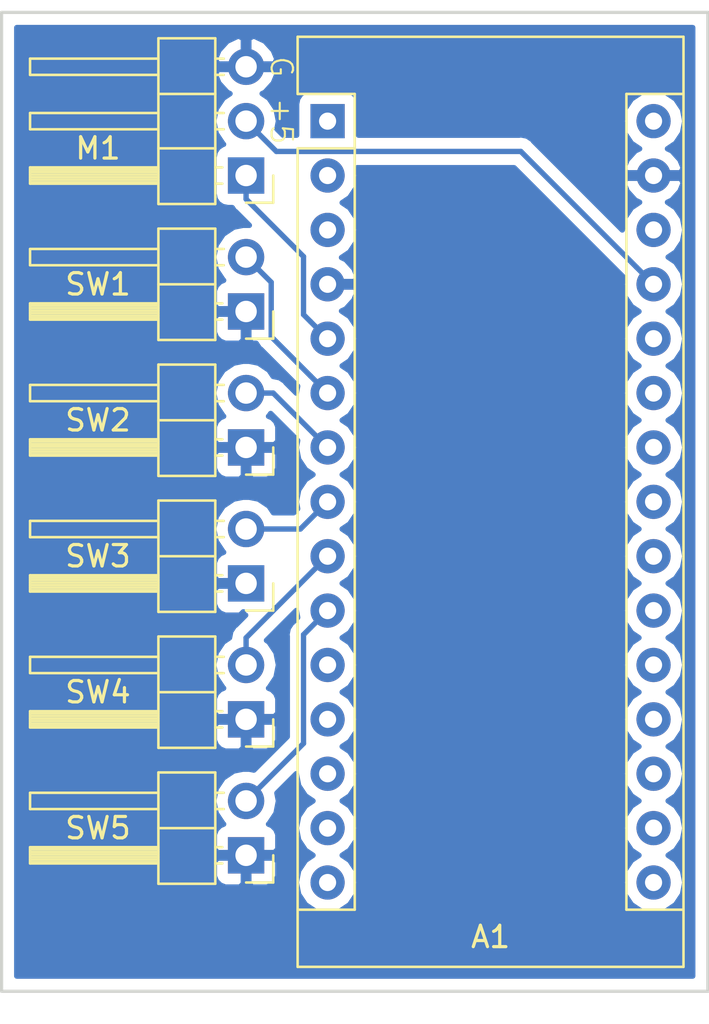
<source format=kicad_pcb>
(kicad_pcb (version 20171130) (host pcbnew "(5.0.1-3-g963ef8bb5)")

  (general
    (thickness 1.6)
    (drawings 6)
    (tracks 23)
    (zones 0)
    (modules 7)
    (nets 30)
  )

  (page A4)
  (layers
    (0 F.Cu signal)
    (31 B.Cu signal)
    (32 B.Adhes user)
    (33 F.Adhes user)
    (34 B.Paste user)
    (35 F.Paste user)
    (36 B.SilkS user)
    (37 F.SilkS user)
    (38 B.Mask user)
    (39 F.Mask user)
    (40 Dwgs.User user)
    (41 Cmts.User user)
    (42 Eco1.User user)
    (43 Eco2.User user)
    (44 Edge.Cuts user)
    (45 Margin user)
    (46 B.CrtYd user)
    (47 F.CrtYd user)
    (48 B.Fab user)
    (49 F.Fab user)
  )

  (setup
    (last_trace_width 0.25)
    (trace_clearance 0.2)
    (zone_clearance 0.508)
    (zone_45_only no)
    (trace_min 0.2)
    (segment_width 0.2)
    (edge_width 0.15)
    (via_size 0.8)
    (via_drill 0.4)
    (via_min_size 0.4)
    (via_min_drill 0.3)
    (uvia_size 0.3)
    (uvia_drill 0.1)
    (uvias_allowed no)
    (uvia_min_size 0.2)
    (uvia_min_drill 0.1)
    (pcb_text_width 0.3)
    (pcb_text_size 1.5 1.5)
    (mod_edge_width 0.15)
    (mod_text_size 1 1)
    (mod_text_width 0.15)
    (pad_size 1.524 1.524)
    (pad_drill 0.762)
    (pad_to_mask_clearance 0.051)
    (solder_mask_min_width 0.25)
    (aux_axis_origin 0 0)
    (visible_elements FFFFFF7F)
    (pcbplotparams
      (layerselection 0x010fc_ffffffff)
      (usegerberextensions false)
      (usegerberattributes false)
      (usegerberadvancedattributes false)
      (creategerberjobfile false)
      (excludeedgelayer true)
      (linewidth 0.100000)
      (plotframeref false)
      (viasonmask false)
      (mode 1)
      (useauxorigin false)
      (hpglpennumber 1)
      (hpglpenspeed 20)
      (hpglpendiameter 15.000000)
      (psnegative false)
      (psa4output false)
      (plotreference true)
      (plotvalue true)
      (plotinvisibletext false)
      (padsonsilk false)
      (subtractmaskfromsilk false)
      (outputformat 1)
      (mirror false)
      (drillshape 1)
      (scaleselection 1)
      (outputdirectory ""))
  )

  (net 0 "")
  (net 1 "Net-(A1-Pad16)")
  (net 2 "Net-(A1-Pad15)")
  (net 3 "Net-(A1-Pad30)")
  (net 4 "Net-(A1-Pad14)")
  (net 5 GND)
  (net 6 "Net-(A1-Pad13)")
  (net 7 "Net-(A1-Pad28)")
  (net 8 "Net-(A1-Pad12)")
  (net 9 +5V)
  (net 10 "Net-(A1-Pad11)")
  (net 11 "Net-(A1-Pad26)")
  (net 12 "Net-(A1-Pad10)")
  (net 13 "Net-(A1-Pad25)")
  (net 14 "Net-(A1-Pad9)")
  (net 15 "Net-(A1-Pad24)")
  (net 16 "Net-(A1-Pad8)")
  (net 17 "Net-(A1-Pad23)")
  (net 18 "Net-(A1-Pad7)")
  (net 19 "Net-(A1-Pad22)")
  (net 20 "Net-(A1-Pad6)")
  (net 21 "Net-(A1-Pad21)")
  (net 22 "Net-(A1-Pad5)")
  (net 23 "Net-(A1-Pad20)")
  (net 24 "Net-(A1-Pad19)")
  (net 25 "Net-(A1-Pad3)")
  (net 26 "Net-(A1-Pad18)")
  (net 27 "Net-(A1-Pad2)")
  (net 28 "Net-(A1-Pad17)")
  (net 29 "Net-(A1-Pad1)")

  (net_class Default "This is the default net class."
    (clearance 0.2)
    (trace_width 0.25)
    (via_dia 0.8)
    (via_drill 0.4)
    (uvia_dia 0.3)
    (uvia_drill 0.1)
    (add_net +5V)
    (add_net GND)
    (add_net "Net-(A1-Pad1)")
    (add_net "Net-(A1-Pad10)")
    (add_net "Net-(A1-Pad11)")
    (add_net "Net-(A1-Pad12)")
    (add_net "Net-(A1-Pad13)")
    (add_net "Net-(A1-Pad14)")
    (add_net "Net-(A1-Pad15)")
    (add_net "Net-(A1-Pad16)")
    (add_net "Net-(A1-Pad17)")
    (add_net "Net-(A1-Pad18)")
    (add_net "Net-(A1-Pad19)")
    (add_net "Net-(A1-Pad2)")
    (add_net "Net-(A1-Pad20)")
    (add_net "Net-(A1-Pad21)")
    (add_net "Net-(A1-Pad22)")
    (add_net "Net-(A1-Pad23)")
    (add_net "Net-(A1-Pad24)")
    (add_net "Net-(A1-Pad25)")
    (add_net "Net-(A1-Pad26)")
    (add_net "Net-(A1-Pad28)")
    (add_net "Net-(A1-Pad3)")
    (add_net "Net-(A1-Pad30)")
    (add_net "Net-(A1-Pad5)")
    (add_net "Net-(A1-Pad6)")
    (add_net "Net-(A1-Pad7)")
    (add_net "Net-(A1-Pad8)")
    (add_net "Net-(A1-Pad9)")
  )

  (module Modules:Arduino_Nano (layer F.Cu) (tedit 58ACAF70) (tstamp 5C752496)
    (at 113.03 107.95)
    (descr "Arduino Nano, http://www.mouser.com/pdfdocs/Gravitech_Arduino_Nano3_0.pdf")
    (tags "Arduino Nano")
    (path /5C7436E1)
    (fp_text reference A1 (at 7.62 38.1) (layer F.SilkS)
      (effects (font (size 1 1) (thickness 0.15)))
    )
    (fp_text value Arduino_Nano_v3.x (at 8.89 19.05 90) (layer F.Fab)
      (effects (font (size 1 1) (thickness 0.15)))
    )
    (fp_line (start 16.75 42.16) (end -1.53 42.16) (layer F.CrtYd) (width 0.05))
    (fp_line (start 16.75 42.16) (end 16.75 -4.06) (layer F.CrtYd) (width 0.05))
    (fp_line (start -1.53 -4.06) (end -1.53 42.16) (layer F.CrtYd) (width 0.05))
    (fp_line (start -1.53 -4.06) (end 16.75 -4.06) (layer F.CrtYd) (width 0.05))
    (fp_line (start 16.51 -3.81) (end 16.51 39.37) (layer F.Fab) (width 0.1))
    (fp_line (start 0 -3.81) (end 16.51 -3.81) (layer F.Fab) (width 0.1))
    (fp_line (start -1.27 -2.54) (end 0 -3.81) (layer F.Fab) (width 0.1))
    (fp_line (start -1.27 39.37) (end -1.27 -2.54) (layer F.Fab) (width 0.1))
    (fp_line (start 16.51 39.37) (end -1.27 39.37) (layer F.Fab) (width 0.1))
    (fp_line (start 16.64 -3.94) (end -1.4 -3.94) (layer F.SilkS) (width 0.12))
    (fp_line (start 16.64 39.5) (end 16.64 -3.94) (layer F.SilkS) (width 0.12))
    (fp_line (start -1.4 39.5) (end 16.64 39.5) (layer F.SilkS) (width 0.12))
    (fp_line (start 3.81 41.91) (end 3.81 31.75) (layer F.Fab) (width 0.1))
    (fp_line (start 11.43 41.91) (end 3.81 41.91) (layer F.Fab) (width 0.1))
    (fp_line (start 11.43 31.75) (end 11.43 41.91) (layer F.Fab) (width 0.1))
    (fp_line (start 3.81 31.75) (end 11.43 31.75) (layer F.Fab) (width 0.1))
    (fp_line (start 1.27 36.83) (end -1.4 36.83) (layer F.SilkS) (width 0.12))
    (fp_line (start 1.27 1.27) (end 1.27 36.83) (layer F.SilkS) (width 0.12))
    (fp_line (start 1.27 1.27) (end -1.4 1.27) (layer F.SilkS) (width 0.12))
    (fp_line (start 13.97 36.83) (end 16.64 36.83) (layer F.SilkS) (width 0.12))
    (fp_line (start 13.97 -1.27) (end 13.97 36.83) (layer F.SilkS) (width 0.12))
    (fp_line (start 13.97 -1.27) (end 16.64 -1.27) (layer F.SilkS) (width 0.12))
    (fp_line (start -1.4 -3.94) (end -1.4 -1.27) (layer F.SilkS) (width 0.12))
    (fp_line (start -1.4 1.27) (end -1.4 39.5) (layer F.SilkS) (width 0.12))
    (fp_line (start 1.27 -1.27) (end -1.4 -1.27) (layer F.SilkS) (width 0.12))
    (fp_line (start 1.27 1.27) (end 1.27 -1.27) (layer F.SilkS) (width 0.12))
    (fp_text user %R (at 6.35 19.05 90) (layer F.Fab)
      (effects (font (size 1 1) (thickness 0.15)))
    )
    (pad 16 thru_hole oval (at 15.24 35.56) (size 1.6 1.6) (drill 0.8) (layers *.Cu *.Mask)
      (net 1 "Net-(A1-Pad16)"))
    (pad 15 thru_hole oval (at 0 35.56) (size 1.6 1.6) (drill 0.8) (layers *.Cu *.Mask)
      (net 2 "Net-(A1-Pad15)"))
    (pad 30 thru_hole oval (at 15.24 0) (size 1.6 1.6) (drill 0.8) (layers *.Cu *.Mask)
      (net 3 "Net-(A1-Pad30)"))
    (pad 14 thru_hole oval (at 0 33.02) (size 1.6 1.6) (drill 0.8) (layers *.Cu *.Mask)
      (net 4 "Net-(A1-Pad14)"))
    (pad 29 thru_hole oval (at 15.24 2.54) (size 1.6 1.6) (drill 0.8) (layers *.Cu *.Mask)
      (net 5 GND))
    (pad 13 thru_hole oval (at 0 30.48) (size 1.6 1.6) (drill 0.8) (layers *.Cu *.Mask)
      (net 6 "Net-(A1-Pad13)"))
    (pad 28 thru_hole oval (at 15.24 5.08) (size 1.6 1.6) (drill 0.8) (layers *.Cu *.Mask)
      (net 7 "Net-(A1-Pad28)"))
    (pad 12 thru_hole oval (at 0 27.94) (size 1.6 1.6) (drill 0.8) (layers *.Cu *.Mask)
      (net 8 "Net-(A1-Pad12)"))
    (pad 27 thru_hole oval (at 15.24 7.62) (size 1.6 1.6) (drill 0.8) (layers *.Cu *.Mask)
      (net 9 +5V))
    (pad 11 thru_hole oval (at 0 25.4) (size 1.6 1.6) (drill 0.8) (layers *.Cu *.Mask)
      (net 10 "Net-(A1-Pad11)"))
    (pad 26 thru_hole oval (at 15.24 10.16) (size 1.6 1.6) (drill 0.8) (layers *.Cu *.Mask)
      (net 11 "Net-(A1-Pad26)"))
    (pad 10 thru_hole oval (at 0 22.86) (size 1.6 1.6) (drill 0.8) (layers *.Cu *.Mask)
      (net 12 "Net-(A1-Pad10)"))
    (pad 25 thru_hole oval (at 15.24 12.7) (size 1.6 1.6) (drill 0.8) (layers *.Cu *.Mask)
      (net 13 "Net-(A1-Pad25)"))
    (pad 9 thru_hole oval (at 0 20.32) (size 1.6 1.6) (drill 0.8) (layers *.Cu *.Mask)
      (net 14 "Net-(A1-Pad9)"))
    (pad 24 thru_hole oval (at 15.24 15.24) (size 1.6 1.6) (drill 0.8) (layers *.Cu *.Mask)
      (net 15 "Net-(A1-Pad24)"))
    (pad 8 thru_hole oval (at 0 17.78) (size 1.6 1.6) (drill 0.8) (layers *.Cu *.Mask)
      (net 16 "Net-(A1-Pad8)"))
    (pad 23 thru_hole oval (at 15.24 17.78) (size 1.6 1.6) (drill 0.8) (layers *.Cu *.Mask)
      (net 17 "Net-(A1-Pad23)"))
    (pad 7 thru_hole oval (at 0 15.24) (size 1.6 1.6) (drill 0.8) (layers *.Cu *.Mask)
      (net 18 "Net-(A1-Pad7)"))
    (pad 22 thru_hole oval (at 15.24 20.32) (size 1.6 1.6) (drill 0.8) (layers *.Cu *.Mask)
      (net 19 "Net-(A1-Pad22)"))
    (pad 6 thru_hole oval (at 0 12.7) (size 1.6 1.6) (drill 0.8) (layers *.Cu *.Mask)
      (net 20 "Net-(A1-Pad6)"))
    (pad 21 thru_hole oval (at 15.24 22.86) (size 1.6 1.6) (drill 0.8) (layers *.Cu *.Mask)
      (net 21 "Net-(A1-Pad21)"))
    (pad 5 thru_hole oval (at 0 10.16) (size 1.6 1.6) (drill 0.8) (layers *.Cu *.Mask)
      (net 22 "Net-(A1-Pad5)"))
    (pad 20 thru_hole oval (at 15.24 25.4) (size 1.6 1.6) (drill 0.8) (layers *.Cu *.Mask)
      (net 23 "Net-(A1-Pad20)"))
    (pad 4 thru_hole oval (at 0 7.62) (size 1.6 1.6) (drill 0.8) (layers *.Cu *.Mask)
      (net 5 GND))
    (pad 19 thru_hole oval (at 15.24 27.94) (size 1.6 1.6) (drill 0.8) (layers *.Cu *.Mask)
      (net 24 "Net-(A1-Pad19)"))
    (pad 3 thru_hole oval (at 0 5.08) (size 1.6 1.6) (drill 0.8) (layers *.Cu *.Mask)
      (net 25 "Net-(A1-Pad3)"))
    (pad 18 thru_hole oval (at 15.24 30.48) (size 1.6 1.6) (drill 0.8) (layers *.Cu *.Mask)
      (net 26 "Net-(A1-Pad18)"))
    (pad 2 thru_hole oval (at 0 2.54) (size 1.6 1.6) (drill 0.8) (layers *.Cu *.Mask)
      (net 27 "Net-(A1-Pad2)"))
    (pad 17 thru_hole oval (at 15.24 33.02) (size 1.6 1.6) (drill 0.8) (layers *.Cu *.Mask)
      (net 28 "Net-(A1-Pad17)"))
    (pad 1 thru_hole rect (at 0 0) (size 1.6 1.6) (drill 0.8) (layers *.Cu *.Mask)
      (net 29 "Net-(A1-Pad1)"))
    (model ${KISYS3DMOD}/Connector_PinSocket_2.54mm.3dshapes/PinSocket_1x15_P2.54mm_Vertical.step
      (at (xyz 0 0 0))
      (scale (xyz 1 1 1))
      (rotate (xyz 0 0 0))
    )
    (model ${KISYS3DMOD}/Connector_PinSocket_2.54mm.3dshapes/PinSocket_1x15_P2.54mm_Vertical.step
      (offset (xyz 15 0 0))
      (scale (xyz 1 1 1))
      (rotate (xyz 0 0 0))
    )
  )

  (module Pin_Headers:Pin_Header_Angled_1x03_Pitch2.54mm (layer F.Cu) (tedit 59650532) (tstamp 5C7524D6)
    (at 109.22 110.49 180)
    (descr "Through hole angled pin header, 1x03, 2.54mm pitch, 6mm pin length, single row")
    (tags "Through hole angled pin header THT 1x03 2.54mm single row")
    (path /5C743E8B)
    (fp_text reference M1 (at 6.925 1.27 180) (layer F.SilkS)
      (effects (font (size 1 1) (thickness 0.15)))
    )
    (fp_text value Motor_Servo (at 4.385 7.35 180) (layer F.Fab)
      (effects (font (size 1 1) (thickness 0.15)))
    )
    (fp_text user %R (at 2.77 2.54 270) (layer F.Fab)
      (effects (font (size 1 1) (thickness 0.15)))
    )
    (fp_line (start 10.55 -1.8) (end -1.8 -1.8) (layer F.CrtYd) (width 0.05))
    (fp_line (start 10.55 6.85) (end 10.55 -1.8) (layer F.CrtYd) (width 0.05))
    (fp_line (start -1.8 6.85) (end 10.55 6.85) (layer F.CrtYd) (width 0.05))
    (fp_line (start -1.8 -1.8) (end -1.8 6.85) (layer F.CrtYd) (width 0.05))
    (fp_line (start -1.27 -1.27) (end 0 -1.27) (layer F.SilkS) (width 0.12))
    (fp_line (start -1.27 0) (end -1.27 -1.27) (layer F.SilkS) (width 0.12))
    (fp_line (start 1.042929 5.46) (end 1.44 5.46) (layer F.SilkS) (width 0.12))
    (fp_line (start 1.042929 4.7) (end 1.44 4.7) (layer F.SilkS) (width 0.12))
    (fp_line (start 10.1 5.46) (end 4.1 5.46) (layer F.SilkS) (width 0.12))
    (fp_line (start 10.1 4.7) (end 10.1 5.46) (layer F.SilkS) (width 0.12))
    (fp_line (start 4.1 4.7) (end 10.1 4.7) (layer F.SilkS) (width 0.12))
    (fp_line (start 1.44 3.81) (end 4.1 3.81) (layer F.SilkS) (width 0.12))
    (fp_line (start 1.042929 2.92) (end 1.44 2.92) (layer F.SilkS) (width 0.12))
    (fp_line (start 1.042929 2.16) (end 1.44 2.16) (layer F.SilkS) (width 0.12))
    (fp_line (start 10.1 2.92) (end 4.1 2.92) (layer F.SilkS) (width 0.12))
    (fp_line (start 10.1 2.16) (end 10.1 2.92) (layer F.SilkS) (width 0.12))
    (fp_line (start 4.1 2.16) (end 10.1 2.16) (layer F.SilkS) (width 0.12))
    (fp_line (start 1.44 1.27) (end 4.1 1.27) (layer F.SilkS) (width 0.12))
    (fp_line (start 1.11 0.38) (end 1.44 0.38) (layer F.SilkS) (width 0.12))
    (fp_line (start 1.11 -0.38) (end 1.44 -0.38) (layer F.SilkS) (width 0.12))
    (fp_line (start 4.1 0.28) (end 10.1 0.28) (layer F.SilkS) (width 0.12))
    (fp_line (start 4.1 0.16) (end 10.1 0.16) (layer F.SilkS) (width 0.12))
    (fp_line (start 4.1 0.04) (end 10.1 0.04) (layer F.SilkS) (width 0.12))
    (fp_line (start 4.1 -0.08) (end 10.1 -0.08) (layer F.SilkS) (width 0.12))
    (fp_line (start 4.1 -0.2) (end 10.1 -0.2) (layer F.SilkS) (width 0.12))
    (fp_line (start 4.1 -0.32) (end 10.1 -0.32) (layer F.SilkS) (width 0.12))
    (fp_line (start 10.1 0.38) (end 4.1 0.38) (layer F.SilkS) (width 0.12))
    (fp_line (start 10.1 -0.38) (end 10.1 0.38) (layer F.SilkS) (width 0.12))
    (fp_line (start 4.1 -0.38) (end 10.1 -0.38) (layer F.SilkS) (width 0.12))
    (fp_line (start 4.1 -1.33) (end 1.44 -1.33) (layer F.SilkS) (width 0.12))
    (fp_line (start 4.1 6.41) (end 4.1 -1.33) (layer F.SilkS) (width 0.12))
    (fp_line (start 1.44 6.41) (end 4.1 6.41) (layer F.SilkS) (width 0.12))
    (fp_line (start 1.44 -1.33) (end 1.44 6.41) (layer F.SilkS) (width 0.12))
    (fp_line (start 4.04 5.4) (end 10.04 5.4) (layer F.Fab) (width 0.1))
    (fp_line (start 10.04 4.76) (end 10.04 5.4) (layer F.Fab) (width 0.1))
    (fp_line (start 4.04 4.76) (end 10.04 4.76) (layer F.Fab) (width 0.1))
    (fp_line (start -0.32 5.4) (end 1.5 5.4) (layer F.Fab) (width 0.1))
    (fp_line (start -0.32 4.76) (end -0.32 5.4) (layer F.Fab) (width 0.1))
    (fp_line (start -0.32 4.76) (end 1.5 4.76) (layer F.Fab) (width 0.1))
    (fp_line (start 4.04 2.86) (end 10.04 2.86) (layer F.Fab) (width 0.1))
    (fp_line (start 10.04 2.22) (end 10.04 2.86) (layer F.Fab) (width 0.1))
    (fp_line (start 4.04 2.22) (end 10.04 2.22) (layer F.Fab) (width 0.1))
    (fp_line (start -0.32 2.86) (end 1.5 2.86) (layer F.Fab) (width 0.1))
    (fp_line (start -0.32 2.22) (end -0.32 2.86) (layer F.Fab) (width 0.1))
    (fp_line (start -0.32 2.22) (end 1.5 2.22) (layer F.Fab) (width 0.1))
    (fp_line (start 4.04 0.32) (end 10.04 0.32) (layer F.Fab) (width 0.1))
    (fp_line (start 10.04 -0.32) (end 10.04 0.32) (layer F.Fab) (width 0.1))
    (fp_line (start 4.04 -0.32) (end 10.04 -0.32) (layer F.Fab) (width 0.1))
    (fp_line (start -0.32 0.32) (end 1.5 0.32) (layer F.Fab) (width 0.1))
    (fp_line (start -0.32 -0.32) (end -0.32 0.32) (layer F.Fab) (width 0.1))
    (fp_line (start -0.32 -0.32) (end 1.5 -0.32) (layer F.Fab) (width 0.1))
    (fp_line (start 1.5 -0.635) (end 2.135 -1.27) (layer F.Fab) (width 0.1))
    (fp_line (start 1.5 6.35) (end 1.5 -0.635) (layer F.Fab) (width 0.1))
    (fp_line (start 4.04 6.35) (end 1.5 6.35) (layer F.Fab) (width 0.1))
    (fp_line (start 4.04 -1.27) (end 4.04 6.35) (layer F.Fab) (width 0.1))
    (fp_line (start 2.135 -1.27) (end 4.04 -1.27) (layer F.Fab) (width 0.1))
    (pad 3 thru_hole oval (at 0 5.08 180) (size 1.7 1.7) (drill 1) (layers *.Cu *.Mask)
      (net 5 GND))
    (pad 2 thru_hole oval (at 0 2.54 180) (size 1.7 1.7) (drill 1) (layers *.Cu *.Mask)
      (net 9 +5V))
    (pad 1 thru_hole rect (at 0 0 180) (size 1.7 1.7) (drill 1) (layers *.Cu *.Mask)
      (net 22 "Net-(A1-Pad5)"))
    (model ${KISYS3DMOD}/Pin_Headers.3dshapes/Pin_Header_Angled_1x03_Pitch2.54mm.wrl
      (at (xyz 0 0 0))
      (scale (xyz 1 1 1))
      (rotate (xyz 0 0 0))
    )
    (model ${KISYS3DMOD}/Connector_PinHeader_2.54mm.3dshapes/PinHeader_1x03_P2.54mm_Horizontal.wrl
      (at (xyz 0 0 0))
      (scale (xyz 1 1 1))
      (rotate (xyz 0 0 0))
    )
  )

  (module Pin_Headers:Pin_Header_Angled_1x02_Pitch2.54mm (layer F.Cu) (tedit 59650532) (tstamp 5C752509)
    (at 109.22 116.84 180)
    (descr "Through hole angled pin header, 1x02, 2.54mm pitch, 6mm pin length, single row")
    (tags "Through hole angled pin header THT 1x02 2.54mm single row")
    (path /5C743851)
    (fp_text reference SW1 (at 6.925 1.27 180) (layer F.SilkS)
      (effects (font (size 1 1) (thickness 0.15)))
    )
    (fp_text value SW_Reed (at 4.385 4.81 180) (layer F.Fab)
      (effects (font (size 1 1) (thickness 0.15)))
    )
    (fp_text user %R (at 2.77 1.27 270) (layer F.Fab)
      (effects (font (size 1 1) (thickness 0.15)))
    )
    (fp_line (start 10.55 -1.8) (end -1.8 -1.8) (layer F.CrtYd) (width 0.05))
    (fp_line (start 10.55 4.35) (end 10.55 -1.8) (layer F.CrtYd) (width 0.05))
    (fp_line (start -1.8 4.35) (end 10.55 4.35) (layer F.CrtYd) (width 0.05))
    (fp_line (start -1.8 -1.8) (end -1.8 4.35) (layer F.CrtYd) (width 0.05))
    (fp_line (start -1.27 -1.27) (end 0 -1.27) (layer F.SilkS) (width 0.12))
    (fp_line (start -1.27 0) (end -1.27 -1.27) (layer F.SilkS) (width 0.12))
    (fp_line (start 1.042929 2.92) (end 1.44 2.92) (layer F.SilkS) (width 0.12))
    (fp_line (start 1.042929 2.16) (end 1.44 2.16) (layer F.SilkS) (width 0.12))
    (fp_line (start 10.1 2.92) (end 4.1 2.92) (layer F.SilkS) (width 0.12))
    (fp_line (start 10.1 2.16) (end 10.1 2.92) (layer F.SilkS) (width 0.12))
    (fp_line (start 4.1 2.16) (end 10.1 2.16) (layer F.SilkS) (width 0.12))
    (fp_line (start 1.44 1.27) (end 4.1 1.27) (layer F.SilkS) (width 0.12))
    (fp_line (start 1.11 0.38) (end 1.44 0.38) (layer F.SilkS) (width 0.12))
    (fp_line (start 1.11 -0.38) (end 1.44 -0.38) (layer F.SilkS) (width 0.12))
    (fp_line (start 4.1 0.28) (end 10.1 0.28) (layer F.SilkS) (width 0.12))
    (fp_line (start 4.1 0.16) (end 10.1 0.16) (layer F.SilkS) (width 0.12))
    (fp_line (start 4.1 0.04) (end 10.1 0.04) (layer F.SilkS) (width 0.12))
    (fp_line (start 4.1 -0.08) (end 10.1 -0.08) (layer F.SilkS) (width 0.12))
    (fp_line (start 4.1 -0.2) (end 10.1 -0.2) (layer F.SilkS) (width 0.12))
    (fp_line (start 4.1 -0.32) (end 10.1 -0.32) (layer F.SilkS) (width 0.12))
    (fp_line (start 10.1 0.38) (end 4.1 0.38) (layer F.SilkS) (width 0.12))
    (fp_line (start 10.1 -0.38) (end 10.1 0.38) (layer F.SilkS) (width 0.12))
    (fp_line (start 4.1 -0.38) (end 10.1 -0.38) (layer F.SilkS) (width 0.12))
    (fp_line (start 4.1 -1.33) (end 1.44 -1.33) (layer F.SilkS) (width 0.12))
    (fp_line (start 4.1 3.87) (end 4.1 -1.33) (layer F.SilkS) (width 0.12))
    (fp_line (start 1.44 3.87) (end 4.1 3.87) (layer F.SilkS) (width 0.12))
    (fp_line (start 1.44 -1.33) (end 1.44 3.87) (layer F.SilkS) (width 0.12))
    (fp_line (start 4.04 2.86) (end 10.04 2.86) (layer F.Fab) (width 0.1))
    (fp_line (start 10.04 2.22) (end 10.04 2.86) (layer F.Fab) (width 0.1))
    (fp_line (start 4.04 2.22) (end 10.04 2.22) (layer F.Fab) (width 0.1))
    (fp_line (start -0.32 2.86) (end 1.5 2.86) (layer F.Fab) (width 0.1))
    (fp_line (start -0.32 2.22) (end -0.32 2.86) (layer F.Fab) (width 0.1))
    (fp_line (start -0.32 2.22) (end 1.5 2.22) (layer F.Fab) (width 0.1))
    (fp_line (start 4.04 0.32) (end 10.04 0.32) (layer F.Fab) (width 0.1))
    (fp_line (start 10.04 -0.32) (end 10.04 0.32) (layer F.Fab) (width 0.1))
    (fp_line (start 4.04 -0.32) (end 10.04 -0.32) (layer F.Fab) (width 0.1))
    (fp_line (start -0.32 0.32) (end 1.5 0.32) (layer F.Fab) (width 0.1))
    (fp_line (start -0.32 -0.32) (end -0.32 0.32) (layer F.Fab) (width 0.1))
    (fp_line (start -0.32 -0.32) (end 1.5 -0.32) (layer F.Fab) (width 0.1))
    (fp_line (start 1.5 -0.635) (end 2.135 -1.27) (layer F.Fab) (width 0.1))
    (fp_line (start 1.5 3.81) (end 1.5 -0.635) (layer F.Fab) (width 0.1))
    (fp_line (start 4.04 3.81) (end 1.5 3.81) (layer F.Fab) (width 0.1))
    (fp_line (start 4.04 -1.27) (end 4.04 3.81) (layer F.Fab) (width 0.1))
    (fp_line (start 2.135 -1.27) (end 4.04 -1.27) (layer F.Fab) (width 0.1))
    (pad 2 thru_hole oval (at 0 2.54 180) (size 1.7 1.7) (drill 1) (layers *.Cu *.Mask)
      (net 20 "Net-(A1-Pad6)"))
    (pad 1 thru_hole rect (at 0 0 180) (size 1.7 1.7) (drill 1) (layers *.Cu *.Mask)
      (net 5 GND))
    (model ${KISYS3DMOD}/Pin_Headers.3dshapes/Pin_Header_Angled_1x02_Pitch2.54mm.wrl
      (at (xyz 0 0 0))
      (scale (xyz 1 1 1))
      (rotate (xyz 0 0 0))
    )
    (model ${KISYS3DMOD}/Connector_PinHeader_2.54mm.3dshapes/PinHeader_1x02_P2.54mm_Horizontal.wrl
      (at (xyz 0 0 0))
      (scale (xyz 1 1 1))
      (rotate (xyz 0 0 0))
    )
  )

  (module Pin_Headers:Pin_Header_Angled_1x02_Pitch2.54mm (layer F.Cu) (tedit 59650532) (tstamp 5C75253C)
    (at 109.22 123.19 180)
    (descr "Through hole angled pin header, 1x02, 2.54mm pitch, 6mm pin length, single row")
    (tags "Through hole angled pin header THT 1x02 2.54mm single row")
    (path /5C7438D9)
    (fp_text reference SW2 (at 6.925 1.27 180) (layer F.SilkS)
      (effects (font (size 1 1) (thickness 0.15)))
    )
    (fp_text value SW_Reed (at 4.385 4.81 180) (layer F.Fab)
      (effects (font (size 1 1) (thickness 0.15)))
    )
    (fp_line (start 2.135 -1.27) (end 4.04 -1.27) (layer F.Fab) (width 0.1))
    (fp_line (start 4.04 -1.27) (end 4.04 3.81) (layer F.Fab) (width 0.1))
    (fp_line (start 4.04 3.81) (end 1.5 3.81) (layer F.Fab) (width 0.1))
    (fp_line (start 1.5 3.81) (end 1.5 -0.635) (layer F.Fab) (width 0.1))
    (fp_line (start 1.5 -0.635) (end 2.135 -1.27) (layer F.Fab) (width 0.1))
    (fp_line (start -0.32 -0.32) (end 1.5 -0.32) (layer F.Fab) (width 0.1))
    (fp_line (start -0.32 -0.32) (end -0.32 0.32) (layer F.Fab) (width 0.1))
    (fp_line (start -0.32 0.32) (end 1.5 0.32) (layer F.Fab) (width 0.1))
    (fp_line (start 4.04 -0.32) (end 10.04 -0.32) (layer F.Fab) (width 0.1))
    (fp_line (start 10.04 -0.32) (end 10.04 0.32) (layer F.Fab) (width 0.1))
    (fp_line (start 4.04 0.32) (end 10.04 0.32) (layer F.Fab) (width 0.1))
    (fp_line (start -0.32 2.22) (end 1.5 2.22) (layer F.Fab) (width 0.1))
    (fp_line (start -0.32 2.22) (end -0.32 2.86) (layer F.Fab) (width 0.1))
    (fp_line (start -0.32 2.86) (end 1.5 2.86) (layer F.Fab) (width 0.1))
    (fp_line (start 4.04 2.22) (end 10.04 2.22) (layer F.Fab) (width 0.1))
    (fp_line (start 10.04 2.22) (end 10.04 2.86) (layer F.Fab) (width 0.1))
    (fp_line (start 4.04 2.86) (end 10.04 2.86) (layer F.Fab) (width 0.1))
    (fp_line (start 1.44 -1.33) (end 1.44 3.87) (layer F.SilkS) (width 0.12))
    (fp_line (start 1.44 3.87) (end 4.1 3.87) (layer F.SilkS) (width 0.12))
    (fp_line (start 4.1 3.87) (end 4.1 -1.33) (layer F.SilkS) (width 0.12))
    (fp_line (start 4.1 -1.33) (end 1.44 -1.33) (layer F.SilkS) (width 0.12))
    (fp_line (start 4.1 -0.38) (end 10.1 -0.38) (layer F.SilkS) (width 0.12))
    (fp_line (start 10.1 -0.38) (end 10.1 0.38) (layer F.SilkS) (width 0.12))
    (fp_line (start 10.1 0.38) (end 4.1 0.38) (layer F.SilkS) (width 0.12))
    (fp_line (start 4.1 -0.32) (end 10.1 -0.32) (layer F.SilkS) (width 0.12))
    (fp_line (start 4.1 -0.2) (end 10.1 -0.2) (layer F.SilkS) (width 0.12))
    (fp_line (start 4.1 -0.08) (end 10.1 -0.08) (layer F.SilkS) (width 0.12))
    (fp_line (start 4.1 0.04) (end 10.1 0.04) (layer F.SilkS) (width 0.12))
    (fp_line (start 4.1 0.16) (end 10.1 0.16) (layer F.SilkS) (width 0.12))
    (fp_line (start 4.1 0.28) (end 10.1 0.28) (layer F.SilkS) (width 0.12))
    (fp_line (start 1.11 -0.38) (end 1.44 -0.38) (layer F.SilkS) (width 0.12))
    (fp_line (start 1.11 0.38) (end 1.44 0.38) (layer F.SilkS) (width 0.12))
    (fp_line (start 1.44 1.27) (end 4.1 1.27) (layer F.SilkS) (width 0.12))
    (fp_line (start 4.1 2.16) (end 10.1 2.16) (layer F.SilkS) (width 0.12))
    (fp_line (start 10.1 2.16) (end 10.1 2.92) (layer F.SilkS) (width 0.12))
    (fp_line (start 10.1 2.92) (end 4.1 2.92) (layer F.SilkS) (width 0.12))
    (fp_line (start 1.042929 2.16) (end 1.44 2.16) (layer F.SilkS) (width 0.12))
    (fp_line (start 1.042929 2.92) (end 1.44 2.92) (layer F.SilkS) (width 0.12))
    (fp_line (start -1.27 0) (end -1.27 -1.27) (layer F.SilkS) (width 0.12))
    (fp_line (start -1.27 -1.27) (end 0 -1.27) (layer F.SilkS) (width 0.12))
    (fp_line (start -1.8 -1.8) (end -1.8 4.35) (layer F.CrtYd) (width 0.05))
    (fp_line (start -1.8 4.35) (end 10.55 4.35) (layer F.CrtYd) (width 0.05))
    (fp_line (start 10.55 4.35) (end 10.55 -1.8) (layer F.CrtYd) (width 0.05))
    (fp_line (start 10.55 -1.8) (end -1.8 -1.8) (layer F.CrtYd) (width 0.05))
    (fp_text user %R (at 2.77 1.27 270) (layer F.Fab)
      (effects (font (size 1 1) (thickness 0.15)))
    )
    (pad 1 thru_hole rect (at 0 0 180) (size 1.7 1.7) (drill 1) (layers *.Cu *.Mask)
      (net 5 GND))
    (pad 2 thru_hole oval (at 0 2.54 180) (size 1.7 1.7) (drill 1) (layers *.Cu *.Mask)
      (net 18 "Net-(A1-Pad7)"))
    (model ${KISYS3DMOD}/Pin_Headers.3dshapes/Pin_Header_Angled_1x02_Pitch2.54mm.wrl
      (at (xyz 0 0 0))
      (scale (xyz 1 1 1))
      (rotate (xyz 0 0 0))
    )
    (model ${KISYS3DMOD}/Connector_PinHeader_2.54mm.3dshapes/PinHeader_1x02_P2.54mm_Horizontal.wrl
      (at (xyz 0 0 0))
      (scale (xyz 1 1 1))
      (rotate (xyz 0 0 0))
    )
  )

  (module Pin_Headers:Pin_Header_Angled_1x02_Pitch2.54mm (layer F.Cu) (tedit 59650532) (tstamp 5C75256F)
    (at 109.22 129.54 180)
    (descr "Through hole angled pin header, 1x02, 2.54mm pitch, 6mm pin length, single row")
    (tags "Through hole angled pin header THT 1x02 2.54mm single row")
    (path /5C74391C)
    (fp_text reference SW3 (at 6.925 1.27 180) (layer F.SilkS)
      (effects (font (size 1 1) (thickness 0.15)))
    )
    (fp_text value SW_Reed (at 4.385 4.81 180) (layer F.Fab)
      (effects (font (size 1 1) (thickness 0.15)))
    )
    (fp_text user %R (at 2.77 1.27 270) (layer F.Fab)
      (effects (font (size 1 1) (thickness 0.15)))
    )
    (fp_line (start 10.55 -1.8) (end -1.8 -1.8) (layer F.CrtYd) (width 0.05))
    (fp_line (start 10.55 4.35) (end 10.55 -1.8) (layer F.CrtYd) (width 0.05))
    (fp_line (start -1.8 4.35) (end 10.55 4.35) (layer F.CrtYd) (width 0.05))
    (fp_line (start -1.8 -1.8) (end -1.8 4.35) (layer F.CrtYd) (width 0.05))
    (fp_line (start -1.27 -1.27) (end 0 -1.27) (layer F.SilkS) (width 0.12))
    (fp_line (start -1.27 0) (end -1.27 -1.27) (layer F.SilkS) (width 0.12))
    (fp_line (start 1.042929 2.92) (end 1.44 2.92) (layer F.SilkS) (width 0.12))
    (fp_line (start 1.042929 2.16) (end 1.44 2.16) (layer F.SilkS) (width 0.12))
    (fp_line (start 10.1 2.92) (end 4.1 2.92) (layer F.SilkS) (width 0.12))
    (fp_line (start 10.1 2.16) (end 10.1 2.92) (layer F.SilkS) (width 0.12))
    (fp_line (start 4.1 2.16) (end 10.1 2.16) (layer F.SilkS) (width 0.12))
    (fp_line (start 1.44 1.27) (end 4.1 1.27) (layer F.SilkS) (width 0.12))
    (fp_line (start 1.11 0.38) (end 1.44 0.38) (layer F.SilkS) (width 0.12))
    (fp_line (start 1.11 -0.38) (end 1.44 -0.38) (layer F.SilkS) (width 0.12))
    (fp_line (start 4.1 0.28) (end 10.1 0.28) (layer F.SilkS) (width 0.12))
    (fp_line (start 4.1 0.16) (end 10.1 0.16) (layer F.SilkS) (width 0.12))
    (fp_line (start 4.1 0.04) (end 10.1 0.04) (layer F.SilkS) (width 0.12))
    (fp_line (start 4.1 -0.08) (end 10.1 -0.08) (layer F.SilkS) (width 0.12))
    (fp_line (start 4.1 -0.2) (end 10.1 -0.2) (layer F.SilkS) (width 0.12))
    (fp_line (start 4.1 -0.32) (end 10.1 -0.32) (layer F.SilkS) (width 0.12))
    (fp_line (start 10.1 0.38) (end 4.1 0.38) (layer F.SilkS) (width 0.12))
    (fp_line (start 10.1 -0.38) (end 10.1 0.38) (layer F.SilkS) (width 0.12))
    (fp_line (start 4.1 -0.38) (end 10.1 -0.38) (layer F.SilkS) (width 0.12))
    (fp_line (start 4.1 -1.33) (end 1.44 -1.33) (layer F.SilkS) (width 0.12))
    (fp_line (start 4.1 3.87) (end 4.1 -1.33) (layer F.SilkS) (width 0.12))
    (fp_line (start 1.44 3.87) (end 4.1 3.87) (layer F.SilkS) (width 0.12))
    (fp_line (start 1.44 -1.33) (end 1.44 3.87) (layer F.SilkS) (width 0.12))
    (fp_line (start 4.04 2.86) (end 10.04 2.86) (layer F.Fab) (width 0.1))
    (fp_line (start 10.04 2.22) (end 10.04 2.86) (layer F.Fab) (width 0.1))
    (fp_line (start 4.04 2.22) (end 10.04 2.22) (layer F.Fab) (width 0.1))
    (fp_line (start -0.32 2.86) (end 1.5 2.86) (layer F.Fab) (width 0.1))
    (fp_line (start -0.32 2.22) (end -0.32 2.86) (layer F.Fab) (width 0.1))
    (fp_line (start -0.32 2.22) (end 1.5 2.22) (layer F.Fab) (width 0.1))
    (fp_line (start 4.04 0.32) (end 10.04 0.32) (layer F.Fab) (width 0.1))
    (fp_line (start 10.04 -0.32) (end 10.04 0.32) (layer F.Fab) (width 0.1))
    (fp_line (start 4.04 -0.32) (end 10.04 -0.32) (layer F.Fab) (width 0.1))
    (fp_line (start -0.32 0.32) (end 1.5 0.32) (layer F.Fab) (width 0.1))
    (fp_line (start -0.32 -0.32) (end -0.32 0.32) (layer F.Fab) (width 0.1))
    (fp_line (start -0.32 -0.32) (end 1.5 -0.32) (layer F.Fab) (width 0.1))
    (fp_line (start 1.5 -0.635) (end 2.135 -1.27) (layer F.Fab) (width 0.1))
    (fp_line (start 1.5 3.81) (end 1.5 -0.635) (layer F.Fab) (width 0.1))
    (fp_line (start 4.04 3.81) (end 1.5 3.81) (layer F.Fab) (width 0.1))
    (fp_line (start 4.04 -1.27) (end 4.04 3.81) (layer F.Fab) (width 0.1))
    (fp_line (start 2.135 -1.27) (end 4.04 -1.27) (layer F.Fab) (width 0.1))
    (pad 2 thru_hole oval (at 0 2.54 180) (size 1.7 1.7) (drill 1) (layers *.Cu *.Mask)
      (net 16 "Net-(A1-Pad8)"))
    (pad 1 thru_hole rect (at 0 0 180) (size 1.7 1.7) (drill 1) (layers *.Cu *.Mask)
      (net 5 GND))
    (model ${KISYS3DMOD}/Pin_Headers.3dshapes/Pin_Header_Angled_1x02_Pitch2.54mm.wrl
      (at (xyz 0 0 0))
      (scale (xyz 1 1 1))
      (rotate (xyz 0 0 0))
    )
    (model ${KISYS3DMOD}/Connector_PinHeader_2.54mm.3dshapes/PinHeader_1x02_P2.54mm_Horizontal.wrl
      (at (xyz 0 0 0))
      (scale (xyz 1 1 1))
      (rotate (xyz 0 0 0))
    )
  )

  (module Pin_Headers:Pin_Header_Angled_1x02_Pitch2.54mm (layer F.Cu) (tedit 59650532) (tstamp 5C7525A2)
    (at 109.22 135.89 180)
    (descr "Through hole angled pin header, 1x02, 2.54mm pitch, 6mm pin length, single row")
    (tags "Through hole angled pin header THT 1x02 2.54mm single row")
    (path /5C74395B)
    (fp_text reference SW4 (at 6.925 1.27 180) (layer F.SilkS)
      (effects (font (size 1 1) (thickness 0.15)))
    )
    (fp_text value SW_Reed (at 4.385 4.81 180) (layer F.Fab)
      (effects (font (size 1 1) (thickness 0.15)))
    )
    (fp_line (start 2.135 -1.27) (end 4.04 -1.27) (layer F.Fab) (width 0.1))
    (fp_line (start 4.04 -1.27) (end 4.04 3.81) (layer F.Fab) (width 0.1))
    (fp_line (start 4.04 3.81) (end 1.5 3.81) (layer F.Fab) (width 0.1))
    (fp_line (start 1.5 3.81) (end 1.5 -0.635) (layer F.Fab) (width 0.1))
    (fp_line (start 1.5 -0.635) (end 2.135 -1.27) (layer F.Fab) (width 0.1))
    (fp_line (start -0.32 -0.32) (end 1.5 -0.32) (layer F.Fab) (width 0.1))
    (fp_line (start -0.32 -0.32) (end -0.32 0.32) (layer F.Fab) (width 0.1))
    (fp_line (start -0.32 0.32) (end 1.5 0.32) (layer F.Fab) (width 0.1))
    (fp_line (start 4.04 -0.32) (end 10.04 -0.32) (layer F.Fab) (width 0.1))
    (fp_line (start 10.04 -0.32) (end 10.04 0.32) (layer F.Fab) (width 0.1))
    (fp_line (start 4.04 0.32) (end 10.04 0.32) (layer F.Fab) (width 0.1))
    (fp_line (start -0.32 2.22) (end 1.5 2.22) (layer F.Fab) (width 0.1))
    (fp_line (start -0.32 2.22) (end -0.32 2.86) (layer F.Fab) (width 0.1))
    (fp_line (start -0.32 2.86) (end 1.5 2.86) (layer F.Fab) (width 0.1))
    (fp_line (start 4.04 2.22) (end 10.04 2.22) (layer F.Fab) (width 0.1))
    (fp_line (start 10.04 2.22) (end 10.04 2.86) (layer F.Fab) (width 0.1))
    (fp_line (start 4.04 2.86) (end 10.04 2.86) (layer F.Fab) (width 0.1))
    (fp_line (start 1.44 -1.33) (end 1.44 3.87) (layer F.SilkS) (width 0.12))
    (fp_line (start 1.44 3.87) (end 4.1 3.87) (layer F.SilkS) (width 0.12))
    (fp_line (start 4.1 3.87) (end 4.1 -1.33) (layer F.SilkS) (width 0.12))
    (fp_line (start 4.1 -1.33) (end 1.44 -1.33) (layer F.SilkS) (width 0.12))
    (fp_line (start 4.1 -0.38) (end 10.1 -0.38) (layer F.SilkS) (width 0.12))
    (fp_line (start 10.1 -0.38) (end 10.1 0.38) (layer F.SilkS) (width 0.12))
    (fp_line (start 10.1 0.38) (end 4.1 0.38) (layer F.SilkS) (width 0.12))
    (fp_line (start 4.1 -0.32) (end 10.1 -0.32) (layer F.SilkS) (width 0.12))
    (fp_line (start 4.1 -0.2) (end 10.1 -0.2) (layer F.SilkS) (width 0.12))
    (fp_line (start 4.1 -0.08) (end 10.1 -0.08) (layer F.SilkS) (width 0.12))
    (fp_line (start 4.1 0.04) (end 10.1 0.04) (layer F.SilkS) (width 0.12))
    (fp_line (start 4.1 0.16) (end 10.1 0.16) (layer F.SilkS) (width 0.12))
    (fp_line (start 4.1 0.28) (end 10.1 0.28) (layer F.SilkS) (width 0.12))
    (fp_line (start 1.11 -0.38) (end 1.44 -0.38) (layer F.SilkS) (width 0.12))
    (fp_line (start 1.11 0.38) (end 1.44 0.38) (layer F.SilkS) (width 0.12))
    (fp_line (start 1.44 1.27) (end 4.1 1.27) (layer F.SilkS) (width 0.12))
    (fp_line (start 4.1 2.16) (end 10.1 2.16) (layer F.SilkS) (width 0.12))
    (fp_line (start 10.1 2.16) (end 10.1 2.92) (layer F.SilkS) (width 0.12))
    (fp_line (start 10.1 2.92) (end 4.1 2.92) (layer F.SilkS) (width 0.12))
    (fp_line (start 1.042929 2.16) (end 1.44 2.16) (layer F.SilkS) (width 0.12))
    (fp_line (start 1.042929 2.92) (end 1.44 2.92) (layer F.SilkS) (width 0.12))
    (fp_line (start -1.27 0) (end -1.27 -1.27) (layer F.SilkS) (width 0.12))
    (fp_line (start -1.27 -1.27) (end 0 -1.27) (layer F.SilkS) (width 0.12))
    (fp_line (start -1.8 -1.8) (end -1.8 4.35) (layer F.CrtYd) (width 0.05))
    (fp_line (start -1.8 4.35) (end 10.55 4.35) (layer F.CrtYd) (width 0.05))
    (fp_line (start 10.55 4.35) (end 10.55 -1.8) (layer F.CrtYd) (width 0.05))
    (fp_line (start 10.55 -1.8) (end -1.8 -1.8) (layer F.CrtYd) (width 0.05))
    (fp_text user %R (at 2.77 1.27 270) (layer F.Fab)
      (effects (font (size 1 1) (thickness 0.15)))
    )
    (pad 1 thru_hole rect (at 0 0 180) (size 1.7 1.7) (drill 1) (layers *.Cu *.Mask)
      (net 5 GND))
    (pad 2 thru_hole oval (at 0 2.54 180) (size 1.7 1.7) (drill 1) (layers *.Cu *.Mask)
      (net 14 "Net-(A1-Pad9)"))
    (model ${KISYS3DMOD}/Pin_Headers.3dshapes/Pin_Header_Angled_1x02_Pitch2.54mm.wrl
      (at (xyz 0 0 0))
      (scale (xyz 1 1 1))
      (rotate (xyz 0 0 0))
    )
    (model ${KISYS3DMOD}/Connector_PinHeader_2.54mm.3dshapes/PinHeader_1x02_P2.54mm_Horizontal.wrl
      (at (xyz 0 0 0))
      (scale (xyz 1 1 1))
      (rotate (xyz 0 0 0))
    )
  )

  (module Pin_Headers:Pin_Header_Angled_1x02_Pitch2.54mm (layer F.Cu) (tedit 59650532) (tstamp 5C7525D5)
    (at 109.22 142.24 180)
    (descr "Through hole angled pin header, 1x02, 2.54mm pitch, 6mm pin length, single row")
    (tags "Through hole angled pin header THT 1x02 2.54mm single row")
    (path /5C74399A)
    (fp_text reference SW5 (at 6.925 1.27) (layer F.SilkS)
      (effects (font (size 1 1) (thickness 0.15)))
    )
    (fp_text value SW_Reed (at 4.385 4.81 180) (layer F.Fab)
      (effects (font (size 1 1) (thickness 0.15)))
    )
    (fp_text user %R (at 2.77 1.27 270) (layer F.Fab)
      (effects (font (size 1 1) (thickness 0.15)))
    )
    (fp_line (start 10.55 -1.8) (end -1.8 -1.8) (layer F.CrtYd) (width 0.05))
    (fp_line (start 10.55 4.35) (end 10.55 -1.8) (layer F.CrtYd) (width 0.05))
    (fp_line (start -1.8 4.35) (end 10.55 4.35) (layer F.CrtYd) (width 0.05))
    (fp_line (start -1.8 -1.8) (end -1.8 4.35) (layer F.CrtYd) (width 0.05))
    (fp_line (start -1.27 -1.27) (end 0 -1.27) (layer F.SilkS) (width 0.12))
    (fp_line (start -1.27 0) (end -1.27 -1.27) (layer F.SilkS) (width 0.12))
    (fp_line (start 1.042929 2.92) (end 1.44 2.92) (layer F.SilkS) (width 0.12))
    (fp_line (start 1.042929 2.16) (end 1.44 2.16) (layer F.SilkS) (width 0.12))
    (fp_line (start 10.1 2.92) (end 4.1 2.92) (layer F.SilkS) (width 0.12))
    (fp_line (start 10.1 2.16) (end 10.1 2.92) (layer F.SilkS) (width 0.12))
    (fp_line (start 4.1 2.16) (end 10.1 2.16) (layer F.SilkS) (width 0.12))
    (fp_line (start 1.44 1.27) (end 4.1 1.27) (layer F.SilkS) (width 0.12))
    (fp_line (start 1.11 0.38) (end 1.44 0.38) (layer F.SilkS) (width 0.12))
    (fp_line (start 1.11 -0.38) (end 1.44 -0.38) (layer F.SilkS) (width 0.12))
    (fp_line (start 4.1 0.28) (end 10.1 0.28) (layer F.SilkS) (width 0.12))
    (fp_line (start 4.1 0.16) (end 10.1 0.16) (layer F.SilkS) (width 0.12))
    (fp_line (start 4.1 0.04) (end 10.1 0.04) (layer F.SilkS) (width 0.12))
    (fp_line (start 4.1 -0.08) (end 10.1 -0.08) (layer F.SilkS) (width 0.12))
    (fp_line (start 4.1 -0.2) (end 10.1 -0.2) (layer F.SilkS) (width 0.12))
    (fp_line (start 4.1 -0.32) (end 10.1 -0.32) (layer F.SilkS) (width 0.12))
    (fp_line (start 10.1 0.38) (end 4.1 0.38) (layer F.SilkS) (width 0.12))
    (fp_line (start 10.1 -0.38) (end 10.1 0.38) (layer F.SilkS) (width 0.12))
    (fp_line (start 4.1 -0.38) (end 10.1 -0.38) (layer F.SilkS) (width 0.12))
    (fp_line (start 4.1 -1.33) (end 1.44 -1.33) (layer F.SilkS) (width 0.12))
    (fp_line (start 4.1 3.87) (end 4.1 -1.33) (layer F.SilkS) (width 0.12))
    (fp_line (start 1.44 3.87) (end 4.1 3.87) (layer F.SilkS) (width 0.12))
    (fp_line (start 1.44 -1.33) (end 1.44 3.87) (layer F.SilkS) (width 0.12))
    (fp_line (start 4.04 2.86) (end 10.04 2.86) (layer F.Fab) (width 0.1))
    (fp_line (start 10.04 2.22) (end 10.04 2.86) (layer F.Fab) (width 0.1))
    (fp_line (start 4.04 2.22) (end 10.04 2.22) (layer F.Fab) (width 0.1))
    (fp_line (start -0.32 2.86) (end 1.5 2.86) (layer F.Fab) (width 0.1))
    (fp_line (start -0.32 2.22) (end -0.32 2.86) (layer F.Fab) (width 0.1))
    (fp_line (start -0.32 2.22) (end 1.5 2.22) (layer F.Fab) (width 0.1))
    (fp_line (start 4.04 0.32) (end 10.04 0.32) (layer F.Fab) (width 0.1))
    (fp_line (start 10.04 -0.32) (end 10.04 0.32) (layer F.Fab) (width 0.1))
    (fp_line (start 4.04 -0.32) (end 10.04 -0.32) (layer F.Fab) (width 0.1))
    (fp_line (start -0.32 0.32) (end 1.5 0.32) (layer F.Fab) (width 0.1))
    (fp_line (start -0.32 -0.32) (end -0.32 0.32) (layer F.Fab) (width 0.1))
    (fp_line (start -0.32 -0.32) (end 1.5 -0.32) (layer F.Fab) (width 0.1))
    (fp_line (start 1.5 -0.635) (end 2.135 -1.27) (layer F.Fab) (width 0.1))
    (fp_line (start 1.5 3.81) (end 1.5 -0.635) (layer F.Fab) (width 0.1))
    (fp_line (start 4.04 3.81) (end 1.5 3.81) (layer F.Fab) (width 0.1))
    (fp_line (start 4.04 -1.27) (end 4.04 3.81) (layer F.Fab) (width 0.1))
    (fp_line (start 2.135 -1.27) (end 4.04 -1.27) (layer F.Fab) (width 0.1))
    (pad 2 thru_hole oval (at 0 2.54 180) (size 1.7 1.7) (drill 1) (layers *.Cu *.Mask)
      (net 12 "Net-(A1-Pad10)"))
    (pad 1 thru_hole rect (at 0 0 180) (size 1.7 1.7) (drill 1) (layers *.Cu *.Mask)
      (net 5 GND))
    (model ${KISYS3DMOD}/Pin_Headers.3dshapes/Pin_Header_Angled_1x02_Pitch2.54mm.wrl
      (at (xyz 0 0 0))
      (scale (xyz 1 1 1))
      (rotate (xyz 0 0 0))
    )
    (model ${KISYS3DMOD}/Connector_PinHeader_2.54mm.3dshapes/PinHeader_1x02_P2.54mm_Horizontal.wrl
      (at (xyz 0 0 0))
      (scale (xyz 1 1 1))
      (rotate (xyz 0 0 0))
    )
  )

  (gr_text +5 (at 110.871 107.95 270) (layer F.SilkS) (tstamp 5C754945)
    (effects (font (size 1 1) (thickness 0.1)))
  )
  (gr_text G (at 110.871 105.41 270) (layer F.SilkS) (tstamp 5C756187)
    (effects (font (size 1 1) (thickness 0.1)))
  )
  (gr_line (start 97.79 148.59) (end 130.81 148.59) (layer Edge.Cuts) (width 0.15))
  (gr_line (start 97.79 102.87) (end 97.79 148.59) (layer Edge.Cuts) (width 0.15) (tstamp 5C755809))
  (gr_line (start 130.81 102.87) (end 97.79 102.87) (layer Edge.Cuts) (width 0.15))
  (gr_line (start 130.81 148.59) (end 130.81 102.87) (layer Edge.Cuts) (width 0.15))

  (segment (start 127.470001 114.770001) (end 128.27 115.57) (width 0.25) (layer B.Cu) (net 9))
  (segment (start 122.064999 109.364999) (end 127.470001 114.770001) (width 0.25) (layer B.Cu) (net 9))
  (segment (start 110.634999 109.364999) (end 122.064999 109.364999) (width 0.25) (layer B.Cu) (net 9))
  (segment (start 109.22 107.95) (end 110.634999 109.364999) (width 0.25) (layer B.Cu) (net 9))
  (segment (start 112.230001 131.609999) (end 113.03 130.81) (width 0.25) (layer B.Cu) (net 12))
  (segment (start 111.904999 137.015001) (end 111.904999 131.935001) (width 0.25) (layer B.Cu) (net 12))
  (segment (start 111.904999 131.935001) (end 112.230001 131.609999) (width 0.25) (layer B.Cu) (net 12))
  (segment (start 109.22 139.7) (end 111.904999 137.015001) (width 0.25) (layer B.Cu) (net 12))
  (segment (start 109.22 132.08) (end 113.03 128.27) (width 0.25) (layer B.Cu) (net 14))
  (segment (start 109.22 133.35) (end 109.22 132.08) (width 0.25) (layer B.Cu) (net 14))
  (segment (start 111.76 127) (end 113.03 125.73) (width 0.25) (layer B.Cu) (net 16))
  (segment (start 109.22 127) (end 111.76 127) (width 0.25) (layer B.Cu) (net 16))
  (segment (start 110.49 120.65) (end 113.03 123.19) (width 0.25) (layer B.Cu) (net 18))
  (segment (start 109.22 120.65) (end 110.49 120.65) (width 0.25) (layer B.Cu) (net 18))
  (segment (start 112.230001 119.850001) (end 113.03 120.65) (width 0.25) (layer B.Cu) (net 20))
  (segment (start 110.395001 118.015001) (end 112.230001 119.850001) (width 0.25) (layer B.Cu) (net 20))
  (segment (start 110.395001 115.475001) (end 110.395001 118.015001) (width 0.25) (layer B.Cu) (net 20))
  (segment (start 109.22 114.3) (end 110.395001 115.475001) (width 0.25) (layer B.Cu) (net 20))
  (segment (start 111.904999 116.984999) (end 112.230001 117.310001) (width 0.25) (layer B.Cu) (net 22))
  (segment (start 111.904999 114.274999) (end 111.904999 116.984999) (width 0.25) (layer B.Cu) (net 22))
  (segment (start 112.230001 117.310001) (end 113.03 118.11) (width 0.25) (layer B.Cu) (net 22))
  (segment (start 109.22 111.59) (end 111.904999 114.274999) (width 0.25) (layer B.Cu) (net 22))
  (segment (start 109.22 110.49) (end 109.22 111.59) (width 0.25) (layer B.Cu) (net 22))

  (zone (net 5) (net_name GND) (layer B.Cu) (tstamp 0) (hatch edge 0.508)
    (connect_pads (clearance 0.508))
    (min_thickness 0.254)
    (fill yes (arc_segments 16) (thermal_gap 0.508) (thermal_bridge_width 0.508))
    (polygon
      (pts
        (xy 130.81 102.87) (xy 130.81 148.59) (xy 97.79 148.59) (xy 97.79 102.87)
      )
    )
    (filled_polygon
      (pts
        (xy 130.1 147.88) (xy 98.5 147.88) (xy 98.5 142.52575) (xy 107.735 142.52575) (xy 107.735 143.21631)
        (xy 107.831673 143.449699) (xy 108.010302 143.628327) (xy 108.243691 143.725) (xy 108.93425 143.725) (xy 109.093 143.56625)
        (xy 109.093 142.367) (xy 109.347 142.367) (xy 109.347 143.56625) (xy 109.50575 143.725) (xy 110.196309 143.725)
        (xy 110.429698 143.628327) (xy 110.608327 143.449699) (xy 110.705 143.21631) (xy 110.705 142.52575) (xy 110.54625 142.367)
        (xy 109.347 142.367) (xy 109.093 142.367) (xy 107.89375 142.367) (xy 107.735 142.52575) (xy 98.5 142.52575)
        (xy 98.5 136.17575) (xy 107.735 136.17575) (xy 107.735 136.86631) (xy 107.831673 137.099699) (xy 108.010302 137.278327)
        (xy 108.243691 137.375) (xy 108.93425 137.375) (xy 109.093 137.21625) (xy 109.093 136.017) (xy 109.347 136.017)
        (xy 109.347 137.21625) (xy 109.50575 137.375) (xy 110.196309 137.375) (xy 110.429698 137.278327) (xy 110.608327 137.099699)
        (xy 110.705 136.86631) (xy 110.705 136.17575) (xy 110.54625 136.017) (xy 109.347 136.017) (xy 109.093 136.017)
        (xy 107.89375 136.017) (xy 107.735 136.17575) (xy 98.5 136.17575) (xy 98.5 123.47575) (xy 107.735 123.47575)
        (xy 107.735 124.16631) (xy 107.831673 124.399699) (xy 108.010302 124.578327) (xy 108.243691 124.675) (xy 108.93425 124.675)
        (xy 109.093 124.51625) (xy 109.093 123.317) (xy 109.347 123.317) (xy 109.347 124.51625) (xy 109.50575 124.675)
        (xy 110.196309 124.675) (xy 110.429698 124.578327) (xy 110.608327 124.399699) (xy 110.705 124.16631) (xy 110.705 123.47575)
        (xy 110.54625 123.317) (xy 109.347 123.317) (xy 109.093 123.317) (xy 107.89375 123.317) (xy 107.735 123.47575)
        (xy 98.5 123.47575) (xy 98.5 117.12575) (xy 107.735 117.12575) (xy 107.735 117.81631) (xy 107.831673 118.049699)
        (xy 108.010302 118.228327) (xy 108.243691 118.325) (xy 108.93425 118.325) (xy 109.093 118.16625) (xy 109.093 116.967)
        (xy 107.89375 116.967) (xy 107.735 117.12575) (xy 98.5 117.12575) (xy 98.5 107.95) (xy 107.705908 107.95)
        (xy 107.821161 108.529418) (xy 108.149375 109.020625) (xy 108.167619 109.032816) (xy 108.122235 109.041843) (xy 107.912191 109.182191)
        (xy 107.771843 109.392235) (xy 107.72256 109.64) (xy 107.72256 111.34) (xy 107.771843 111.587765) (xy 107.912191 111.797809)
        (xy 108.122235 111.938157) (xy 108.37 111.98744) (xy 108.571518 111.98744) (xy 108.672072 112.137929) (xy 108.735528 112.180329)
        (xy 109.371178 112.815979) (xy 109.366256 112.815) (xy 109.073744 112.815) (xy 108.640582 112.901161) (xy 108.149375 113.229375)
        (xy 107.821161 113.720582) (xy 107.705908 114.3) (xy 107.821161 114.879418) (xy 108.149375 115.370625) (xy 108.171033 115.385096)
        (xy 108.010302 115.451673) (xy 107.831673 115.630301) (xy 107.735 115.86369) (xy 107.735 116.55425) (xy 107.89375 116.713)
        (xy 109.093 116.713) (xy 109.093 116.693) (xy 109.347 116.693) (xy 109.347 116.713) (xy 109.367 116.713)
        (xy 109.367 116.967) (xy 109.347 116.967) (xy 109.347 118.16625) (xy 109.50575 118.325) (xy 109.688093 118.325)
        (xy 109.847073 118.56293) (xy 109.910529 118.60533) (xy 111.631312 120.326114) (xy 111.566887 120.65) (xy 111.567405 120.652603)
        (xy 111.080331 120.16553) (xy 111.037929 120.102071) (xy 110.786537 119.934096) (xy 110.564852 119.89) (xy 110.564847 119.89)
        (xy 110.49 119.875112) (xy 110.488438 119.875423) (xy 110.290625 119.579375) (xy 109.799418 119.251161) (xy 109.366256 119.165)
        (xy 109.073744 119.165) (xy 108.640582 119.251161) (xy 108.149375 119.579375) (xy 107.821161 120.070582) (xy 107.705908 120.65)
        (xy 107.821161 121.229418) (xy 108.149375 121.720625) (xy 108.171033 121.735096) (xy 108.010302 121.801673) (xy 107.831673 121.980301)
        (xy 107.735 122.21369) (xy 107.735 122.90425) (xy 107.89375 123.063) (xy 109.093 123.063) (xy 109.093 123.043)
        (xy 109.347 123.043) (xy 109.347 123.063) (xy 110.54625 123.063) (xy 110.705 122.90425) (xy 110.705 122.21369)
        (xy 110.608327 121.980301) (xy 110.429698 121.801673) (xy 110.268967 121.735096) (xy 110.290625 121.720625) (xy 110.368811 121.603612)
        (xy 111.631312 122.866114) (xy 111.566887 123.19) (xy 111.67826 123.749909) (xy 111.995423 124.224577) (xy 112.347758 124.46)
        (xy 111.995423 124.695423) (xy 111.67826 125.170091) (xy 111.566887 125.73) (xy 111.631312 126.053887) (xy 111.445199 126.24)
        (xy 110.498178 126.24) (xy 110.290625 125.929375) (xy 109.799418 125.601161) (xy 109.366256 125.515) (xy 109.073744 125.515)
        (xy 108.640582 125.601161) (xy 108.149375 125.929375) (xy 107.821161 126.420582) (xy 107.705908 127) (xy 107.821161 127.579418)
        (xy 108.149375 128.070625) (xy 108.171033 128.085096) (xy 108.010302 128.151673) (xy 107.831673 128.330301) (xy 107.735 128.56369)
        (xy 107.735 129.25425) (xy 107.89375 129.413) (xy 109.093 129.413) (xy 109.093 129.393) (xy 109.347 129.393)
        (xy 109.347 129.413) (xy 109.367 129.413) (xy 109.367 129.667) (xy 109.347 129.667) (xy 109.347 129.687)
        (xy 109.093 129.687) (xy 109.093 129.667) (xy 107.89375 129.667) (xy 107.735 129.82575) (xy 107.735 130.51631)
        (xy 107.831673 130.749699) (xy 108.010302 130.928327) (xy 108.243691 131.025) (xy 108.93425 131.025) (xy 109.092998 130.866252)
        (xy 109.092998 131.025) (xy 109.200198 131.025) (xy 108.735528 131.489671) (xy 108.672072 131.532071) (xy 108.629672 131.595527)
        (xy 108.629671 131.595528) (xy 108.504097 131.783463) (xy 108.445112 132.08) (xy 108.445423 132.081562) (xy 108.149375 132.279375)
        (xy 107.821161 132.770582) (xy 107.705908 133.35) (xy 107.821161 133.929418) (xy 108.149375 134.420625) (xy 108.171033 134.435096)
        (xy 108.010302 134.501673) (xy 107.831673 134.680301) (xy 107.735 134.91369) (xy 107.735 135.60425) (xy 107.89375 135.763)
        (xy 109.093 135.763) (xy 109.093 135.743) (xy 109.347 135.743) (xy 109.347 135.763) (xy 110.54625 135.763)
        (xy 110.705 135.60425) (xy 110.705 134.91369) (xy 110.608327 134.680301) (xy 110.429698 134.501673) (xy 110.268967 134.435096)
        (xy 110.290625 134.420625) (xy 110.618839 133.929418) (xy 110.734092 133.35) (xy 110.618839 132.770582) (xy 110.290625 132.279375)
        (xy 110.173612 132.201189) (xy 111.567405 130.807397) (xy 111.566887 130.81) (xy 111.631312 131.133887) (xy 111.420527 131.344672)
        (xy 111.357071 131.387072) (xy 111.314671 131.450528) (xy 111.31467 131.450529) (xy 111.189096 131.638464) (xy 111.130111 131.935001)
        (xy 111.145 132.009853) (xy 111.144999 136.700199) (xy 109.586408 138.258791) (xy 109.366256 138.215) (xy 109.073744 138.215)
        (xy 108.640582 138.301161) (xy 108.149375 138.629375) (xy 107.821161 139.120582) (xy 107.705908 139.7) (xy 107.821161 140.279418)
        (xy 108.149375 140.770625) (xy 108.171033 140.785096) (xy 108.010302 140.851673) (xy 107.831673 141.030301) (xy 107.735 141.26369)
        (xy 107.735 141.95425) (xy 107.89375 142.113) (xy 109.093 142.113) (xy 109.093 142.093) (xy 109.347 142.093)
        (xy 109.347 142.113) (xy 110.54625 142.113) (xy 110.705 141.95425) (xy 110.705 141.26369) (xy 110.608327 141.030301)
        (xy 110.429698 140.851673) (xy 110.268967 140.785096) (xy 110.290625 140.770625) (xy 110.618839 140.279418) (xy 110.734092 139.7)
        (xy 110.661209 139.333592) (xy 111.567405 138.427397) (xy 111.566887 138.43) (xy 111.67826 138.989909) (xy 111.995423 139.464577)
        (xy 112.347758 139.7) (xy 111.995423 139.935423) (xy 111.67826 140.410091) (xy 111.566887 140.97) (xy 111.67826 141.529909)
        (xy 111.995423 142.004577) (xy 112.347758 142.24) (xy 111.995423 142.475423) (xy 111.67826 142.950091) (xy 111.566887 143.51)
        (xy 111.67826 144.069909) (xy 111.995423 144.544577) (xy 112.470091 144.86174) (xy 112.888667 144.945) (xy 113.171333 144.945)
        (xy 113.589909 144.86174) (xy 114.064577 144.544577) (xy 114.38174 144.069909) (xy 114.493113 143.51) (xy 114.38174 142.950091)
        (xy 114.064577 142.475423) (xy 113.712242 142.24) (xy 114.064577 142.004577) (xy 114.38174 141.529909) (xy 114.493113 140.97)
        (xy 114.38174 140.410091) (xy 114.064577 139.935423) (xy 113.712242 139.7) (xy 114.064577 139.464577) (xy 114.38174 138.989909)
        (xy 114.493113 138.43) (xy 114.38174 137.870091) (xy 114.064577 137.395423) (xy 113.712242 137.16) (xy 114.064577 136.924577)
        (xy 114.38174 136.449909) (xy 114.493113 135.89) (xy 114.38174 135.330091) (xy 114.064577 134.855423) (xy 113.712242 134.62)
        (xy 114.064577 134.384577) (xy 114.38174 133.909909) (xy 114.493113 133.35) (xy 114.38174 132.790091) (xy 114.064577 132.315423)
        (xy 113.712242 132.08) (xy 114.064577 131.844577) (xy 114.38174 131.369909) (xy 114.493113 130.81) (xy 114.38174 130.250091)
        (xy 114.064577 129.775423) (xy 113.712242 129.54) (xy 114.064577 129.304577) (xy 114.38174 128.829909) (xy 114.493113 128.27)
        (xy 114.38174 127.710091) (xy 114.064577 127.235423) (xy 113.712242 127) (xy 114.064577 126.764577) (xy 114.38174 126.289909)
        (xy 114.493113 125.73) (xy 114.38174 125.170091) (xy 114.064577 124.695423) (xy 113.712242 124.46) (xy 114.064577 124.224577)
        (xy 114.38174 123.749909) (xy 114.493113 123.19) (xy 114.38174 122.630091) (xy 114.064577 122.155423) (xy 113.712242 121.92)
        (xy 114.064577 121.684577) (xy 114.38174 121.209909) (xy 114.493113 120.65) (xy 114.38174 120.090091) (xy 114.064577 119.615423)
        (xy 113.712242 119.38) (xy 114.064577 119.144577) (xy 114.38174 118.669909) (xy 114.493113 118.11) (xy 114.38174 117.550091)
        (xy 114.064577 117.075423) (xy 113.680892 116.819053) (xy 113.885134 116.722389) (xy 114.261041 116.307423) (xy 114.421904 115.919039)
        (xy 114.299915 115.697) (xy 113.157 115.697) (xy 113.157 115.717) (xy 112.903 115.717) (xy 112.903 115.697)
        (xy 112.883 115.697) (xy 112.883 115.443) (xy 112.903 115.443) (xy 112.903 115.423) (xy 113.157 115.423)
        (xy 113.157 115.443) (xy 114.299915 115.443) (xy 114.421904 115.220961) (xy 114.261041 114.832577) (xy 113.885134 114.417611)
        (xy 113.680892 114.320947) (xy 114.064577 114.064577) (xy 114.38174 113.589909) (xy 114.493113 113.03) (xy 114.38174 112.470091)
        (xy 114.064577 111.995423) (xy 113.712242 111.76) (xy 114.064577 111.524577) (xy 114.38174 111.049909) (xy 114.493113 110.49)
        (xy 114.42051 110.124999) (xy 121.750198 110.124999) (xy 126.871312 115.246114) (xy 126.806887 115.57) (xy 126.91826 116.129909)
        (xy 127.235423 116.604577) (xy 127.587758 116.84) (xy 127.235423 117.075423) (xy 126.91826 117.550091) (xy 126.806887 118.11)
        (xy 126.91826 118.669909) (xy 127.235423 119.144577) (xy 127.587758 119.38) (xy 127.235423 119.615423) (xy 126.91826 120.090091)
        (xy 126.806887 120.65) (xy 126.91826 121.209909) (xy 127.235423 121.684577) (xy 127.587758 121.92) (xy 127.235423 122.155423)
        (xy 126.91826 122.630091) (xy 126.806887 123.19) (xy 126.91826 123.749909) (xy 127.235423 124.224577) (xy 127.587758 124.46)
        (xy 127.235423 124.695423) (xy 126.91826 125.170091) (xy 126.806887 125.73) (xy 126.91826 126.289909) (xy 127.235423 126.764577)
        (xy 127.587758 127) (xy 127.235423 127.235423) (xy 126.91826 127.710091) (xy 126.806887 128.27) (xy 126.91826 128.829909)
        (xy 127.235423 129.304577) (xy 127.587758 129.54) (xy 127.235423 129.775423) (xy 126.91826 130.250091) (xy 126.806887 130.81)
        (xy 126.91826 131.369909) (xy 127.235423 131.844577) (xy 127.587758 132.08) (xy 127.235423 132.315423) (xy 126.91826 132.790091)
        (xy 126.806887 133.35) (xy 126.91826 133.909909) (xy 127.235423 134.384577) (xy 127.587758 134.62) (xy 127.235423 134.855423)
        (xy 126.91826 135.330091) (xy 126.806887 135.89) (xy 126.91826 136.449909) (xy 127.235423 136.924577) (xy 127.587758 137.16)
        (xy 127.235423 137.395423) (xy 126.91826 137.870091) (xy 126.806887 138.43) (xy 126.91826 138.989909) (xy 127.235423 139.464577)
        (xy 127.587758 139.7) (xy 127.235423 139.935423) (xy 126.91826 140.410091) (xy 126.806887 140.97) (xy 126.91826 141.529909)
        (xy 127.235423 142.004577) (xy 127.587758 142.24) (xy 127.235423 142.475423) (xy 126.91826 142.950091) (xy 126.806887 143.51)
        (xy 126.91826 144.069909) (xy 127.235423 144.544577) (xy 127.710091 144.86174) (xy 128.128667 144.945) (xy 128.411333 144.945)
        (xy 128.829909 144.86174) (xy 129.304577 144.544577) (xy 129.62174 144.069909) (xy 129.733113 143.51) (xy 129.62174 142.950091)
        (xy 129.304577 142.475423) (xy 128.952242 142.24) (xy 129.304577 142.004577) (xy 129.62174 141.529909) (xy 129.733113 140.97)
        (xy 129.62174 140.410091) (xy 129.304577 139.935423) (xy 128.952242 139.7) (xy 129.304577 139.464577) (xy 129.62174 138.989909)
        (xy 129.733113 138.43) (xy 129.62174 137.870091) (xy 129.304577 137.395423) (xy 128.952242 137.16) (xy 129.304577 136.924577)
        (xy 129.62174 136.449909) (xy 129.733113 135.89) (xy 129.62174 135.330091) (xy 129.304577 134.855423) (xy 128.952242 134.62)
        (xy 129.304577 134.384577) (xy 129.62174 133.909909) (xy 129.733113 133.35) (xy 129.62174 132.790091) (xy 129.304577 132.315423)
        (xy 128.952242 132.08) (xy 129.304577 131.844577) (xy 129.62174 131.369909) (xy 129.733113 130.81) (xy 129.62174 130.250091)
        (xy 129.304577 129.775423) (xy 128.952242 129.54) (xy 129.304577 129.304577) (xy 129.62174 128.829909) (xy 129.733113 128.27)
        (xy 129.62174 127.710091) (xy 129.304577 127.235423) (xy 128.952242 127) (xy 129.304577 126.764577) (xy 129.62174 126.289909)
        (xy 129.733113 125.73) (xy 129.62174 125.170091) (xy 129.304577 124.695423) (xy 128.952242 124.46) (xy 129.304577 124.224577)
        (xy 129.62174 123.749909) (xy 129.733113 123.19) (xy 129.62174 122.630091) (xy 129.304577 122.155423) (xy 128.952242 121.92)
        (xy 129.304577 121.684577) (xy 129.62174 121.209909) (xy 129.733113 120.65) (xy 129.62174 120.090091) (xy 129.304577 119.615423)
        (xy 128.952242 119.38) (xy 129.304577 119.144577) (xy 129.62174 118.669909) (xy 129.733113 118.11) (xy 129.62174 117.550091)
        (xy 129.304577 117.075423) (xy 128.952242 116.84) (xy 129.304577 116.604577) (xy 129.62174 116.129909) (xy 129.733113 115.57)
        (xy 129.62174 115.010091) (xy 129.304577 114.535423) (xy 128.952242 114.3) (xy 129.304577 114.064577) (xy 129.62174 113.589909)
        (xy 129.733113 113.03) (xy 129.62174 112.470091) (xy 129.304577 111.995423) (xy 128.920892 111.739053) (xy 129.125134 111.642389)
        (xy 129.501041 111.227423) (xy 129.661904 110.839039) (xy 129.539915 110.617) (xy 128.397 110.617) (xy 128.397 110.637)
        (xy 128.143 110.637) (xy 128.143 110.617) (xy 127.000085 110.617) (xy 126.878096 110.839039) (xy 127.038959 111.227423)
        (xy 127.414866 111.642389) (xy 127.619108 111.739053) (xy 127.235423 111.995423) (xy 126.91826 112.470091) (xy 126.806887 113.03)
        (xy 126.807405 113.032603) (xy 122.65533 108.880529) (xy 122.612928 108.81707) (xy 122.361536 108.649095) (xy 122.139851 108.604999)
        (xy 122.139846 108.604999) (xy 122.064999 108.590111) (xy 121.990152 108.604999) (xy 114.47744 108.604999) (xy 114.47744 107.95)
        (xy 126.806887 107.95) (xy 126.91826 108.509909) (xy 127.235423 108.984577) (xy 127.619108 109.240947) (xy 127.414866 109.337611)
        (xy 127.038959 109.752577) (xy 126.878096 110.140961) (xy 127.000085 110.363) (xy 128.143 110.363) (xy 128.143 110.343)
        (xy 128.397 110.343) (xy 128.397 110.363) (xy 129.539915 110.363) (xy 129.661904 110.140961) (xy 129.501041 109.752577)
        (xy 129.125134 109.337611) (xy 128.920892 109.240947) (xy 129.304577 108.984577) (xy 129.62174 108.509909) (xy 129.733113 107.95)
        (xy 129.62174 107.390091) (xy 129.304577 106.915423) (xy 128.829909 106.59826) (xy 128.411333 106.515) (xy 128.128667 106.515)
        (xy 127.710091 106.59826) (xy 127.235423 106.915423) (xy 126.91826 107.390091) (xy 126.806887 107.95) (xy 114.47744 107.95)
        (xy 114.47744 107.15) (xy 114.428157 106.902235) (xy 114.287809 106.692191) (xy 114.077765 106.551843) (xy 113.83 106.50256)
        (xy 112.23 106.50256) (xy 111.982235 106.551843) (xy 111.772191 106.692191) (xy 111.631843 106.902235) (xy 111.58256 107.15)
        (xy 111.58256 108.604999) (xy 110.949801 108.604999) (xy 110.661209 108.316408) (xy 110.734092 107.95) (xy 110.618839 107.370582)
        (xy 110.290625 106.879375) (xy 109.971522 106.666157) (xy 110.101358 106.605183) (xy 110.491645 106.176924) (xy 110.661476 105.76689)
        (xy 110.540155 105.537) (xy 109.347 105.537) (xy 109.347 105.557) (xy 109.093 105.557) (xy 109.093 105.537)
        (xy 107.899845 105.537) (xy 107.778524 105.76689) (xy 107.948355 106.176924) (xy 108.338642 106.605183) (xy 108.468478 106.666157)
        (xy 108.149375 106.879375) (xy 107.821161 107.370582) (xy 107.705908 107.95) (xy 98.5 107.95) (xy 98.5 105.05311)
        (xy 107.778524 105.05311) (xy 107.899845 105.283) (xy 109.093 105.283) (xy 109.093 104.089181) (xy 109.347 104.089181)
        (xy 109.347 105.283) (xy 110.540155 105.283) (xy 110.661476 105.05311) (xy 110.491645 104.643076) (xy 110.101358 104.214817)
        (xy 109.576892 103.968514) (xy 109.347 104.089181) (xy 109.093 104.089181) (xy 108.863108 103.968514) (xy 108.338642 104.214817)
        (xy 107.948355 104.643076) (xy 107.778524 105.05311) (xy 98.5 105.05311) (xy 98.5 103.58) (xy 130.100001 103.58)
      )
    )
  )
)

</source>
